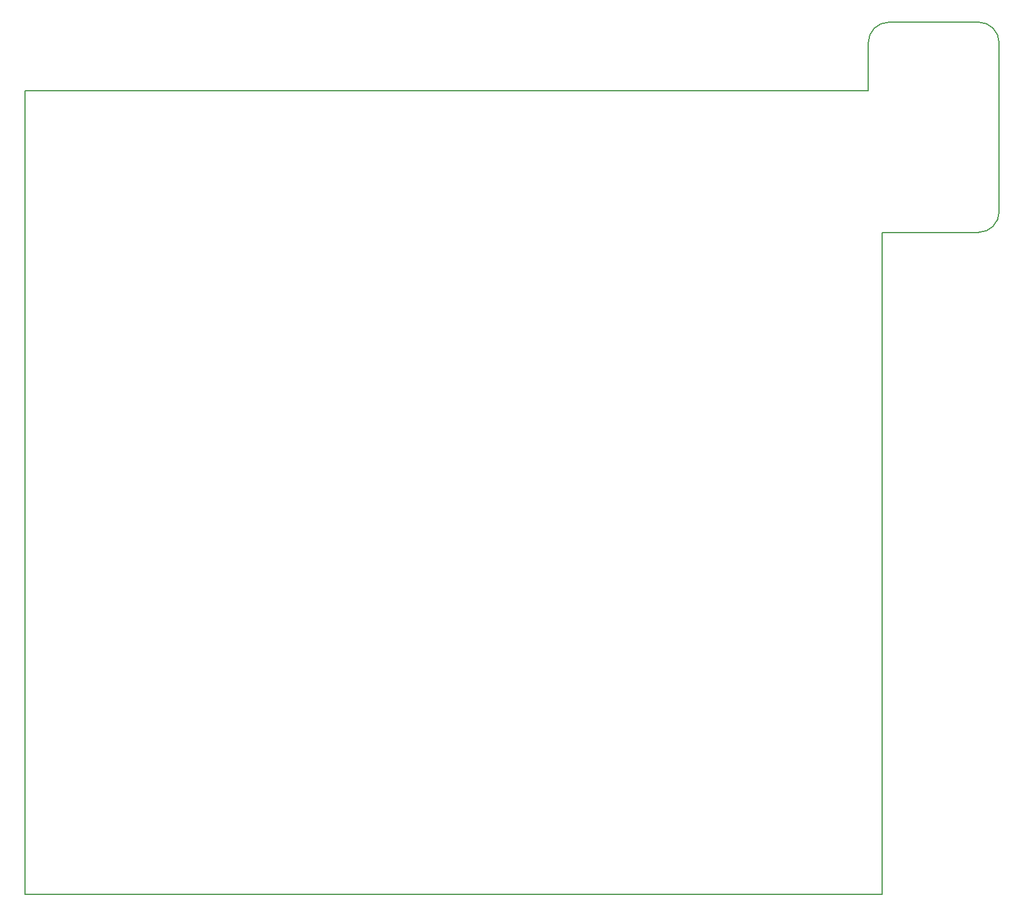
<source format=gm1>
G04 #@! TF.GenerationSoftware,KiCad,Pcbnew,5.1.12-1.fc34*
G04 #@! TF.CreationDate,2021-12-19T19:02:19+02:00*
G04 #@! TF.ProjectId,slash_left,736c6173-685f-46c6-9566-742e6b696361,rev?*
G04 #@! TF.SameCoordinates,Original*
G04 #@! TF.FileFunction,Profile,NP*
%FSLAX46Y46*%
G04 Gerber Fmt 4.6, Leading zero omitted, Abs format (unit mm)*
G04 Created by KiCad (PCBNEW 5.1.12-1.fc34) date 2021-12-19 19:02:19*
%MOMM*%
%LPD*%
G01*
G04 APERTURE LIST*
G04 #@! TA.AperFunction,Profile*
%ADD10C,0.200000*%
G04 #@! TD*
G04 APERTURE END LIST*
D10*
X169934100Y-24357650D02*
X169934100Y-41957650D01*
X166934100Y-44957650D02*
X152884100Y-44957650D01*
X169934100Y-41957650D02*
G75*
G02*
X166934100Y-44957650I-3000000J0D01*
G01*
X28109260Y-141370000D02*
X28109260Y-24357650D01*
X166934100Y-14357650D02*
G75*
G02*
X169934100Y-17357650I0J-3000000D01*
G01*
X169934100Y-17357650D02*
X169934100Y-24357650D01*
X152884100Y-141370000D02*
X28109260Y-141370000D01*
X150884100Y-17357650D02*
X150884100Y-24357650D01*
X28109260Y-24357650D02*
X150884100Y-24357650D01*
X166934100Y-14357650D02*
X153884100Y-14357650D01*
X150884100Y-17357650D02*
G75*
G02*
X153884100Y-14357650I3000000J0D01*
G01*
X152884100Y-44957650D02*
X152884100Y-141370000D01*
M02*

</source>
